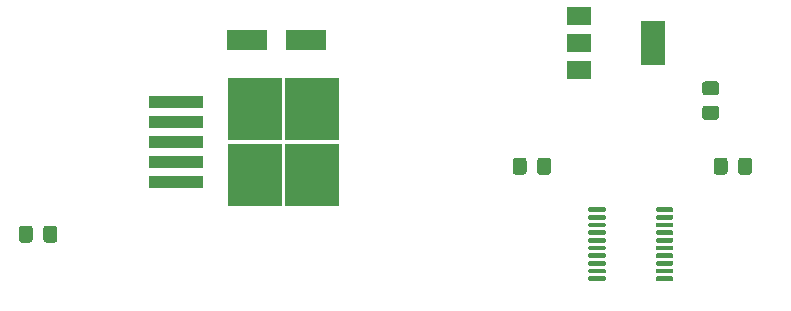
<source format=gbr>
%TF.GenerationSoftware,KiCad,Pcbnew,5.1.8-5.1.8*%
%TF.CreationDate,2021-09-03T20:09:13+08:00*%
%TF.ProjectId,lcr-1,6c63722d-312e-46b6-9963-61645f706362,rev?*%
%TF.SameCoordinates,Original*%
%TF.FileFunction,Paste,Top*%
%TF.FilePolarity,Positive*%
%FSLAX46Y46*%
G04 Gerber Fmt 4.6, Leading zero omitted, Abs format (unit mm)*
G04 Created by KiCad (PCBNEW 5.1.8-5.1.8) date 2021-09-03 20:09:13*
%MOMM*%
%LPD*%
G01*
G04 APERTURE LIST*
%ADD10R,2.000000X1.500000*%
%ADD11R,2.000000X3.800000*%
%ADD12R,4.550000X5.250000*%
%ADD13R,4.600000X1.100000*%
%ADD14R,3.500000X1.800000*%
G04 APERTURE END LIST*
%TO.C,C20*%
G36*
G01*
X98460000Y-94935000D02*
X98460000Y-95885000D01*
G75*
G02*
X98210000Y-96135000I-250000J0D01*
G01*
X97535000Y-96135000D01*
G75*
G02*
X97285000Y-95885000I0J250000D01*
G01*
X97285000Y-94935000D01*
G75*
G02*
X97535000Y-94685000I250000J0D01*
G01*
X98210000Y-94685000D01*
G75*
G02*
X98460000Y-94935000I0J-250000D01*
G01*
G37*
G36*
G01*
X100535000Y-94935000D02*
X100535000Y-95885000D01*
G75*
G02*
X100285000Y-96135000I-250000J0D01*
G01*
X99610000Y-96135000D01*
G75*
G02*
X99360000Y-95885000I0J250000D01*
G01*
X99360000Y-94935000D01*
G75*
G02*
X99610000Y-94685000I250000J0D01*
G01*
X100285000Y-94685000D01*
G75*
G02*
X100535000Y-94935000I0J-250000D01*
G01*
G37*
%TD*%
D10*
%TO.C,U9*%
X144678000Y-76948000D03*
X144678000Y-81548000D03*
X144678000Y-79248000D03*
D11*
X150978000Y-79248000D03*
%TD*%
%TO.C,U2*%
G36*
G01*
X151223000Y-93441000D02*
X151223000Y-93241000D01*
G75*
G02*
X151323000Y-93141000I100000J0D01*
G01*
X152598000Y-93141000D01*
G75*
G02*
X152698000Y-93241000I0J-100000D01*
G01*
X152698000Y-93441000D01*
G75*
G02*
X152598000Y-93541000I-100000J0D01*
G01*
X151323000Y-93541000D01*
G75*
G02*
X151223000Y-93441000I0J100000D01*
G01*
G37*
G36*
G01*
X151223000Y-94091000D02*
X151223000Y-93891000D01*
G75*
G02*
X151323000Y-93791000I100000J0D01*
G01*
X152598000Y-93791000D01*
G75*
G02*
X152698000Y-93891000I0J-100000D01*
G01*
X152698000Y-94091000D01*
G75*
G02*
X152598000Y-94191000I-100000J0D01*
G01*
X151323000Y-94191000D01*
G75*
G02*
X151223000Y-94091000I0J100000D01*
G01*
G37*
G36*
G01*
X151223000Y-94741000D02*
X151223000Y-94541000D01*
G75*
G02*
X151323000Y-94441000I100000J0D01*
G01*
X152598000Y-94441000D01*
G75*
G02*
X152698000Y-94541000I0J-100000D01*
G01*
X152698000Y-94741000D01*
G75*
G02*
X152598000Y-94841000I-100000J0D01*
G01*
X151323000Y-94841000D01*
G75*
G02*
X151223000Y-94741000I0J100000D01*
G01*
G37*
G36*
G01*
X151223000Y-95391000D02*
X151223000Y-95191000D01*
G75*
G02*
X151323000Y-95091000I100000J0D01*
G01*
X152598000Y-95091000D01*
G75*
G02*
X152698000Y-95191000I0J-100000D01*
G01*
X152698000Y-95391000D01*
G75*
G02*
X152598000Y-95491000I-100000J0D01*
G01*
X151323000Y-95491000D01*
G75*
G02*
X151223000Y-95391000I0J100000D01*
G01*
G37*
G36*
G01*
X151223000Y-96041000D02*
X151223000Y-95841000D01*
G75*
G02*
X151323000Y-95741000I100000J0D01*
G01*
X152598000Y-95741000D01*
G75*
G02*
X152698000Y-95841000I0J-100000D01*
G01*
X152698000Y-96041000D01*
G75*
G02*
X152598000Y-96141000I-100000J0D01*
G01*
X151323000Y-96141000D01*
G75*
G02*
X151223000Y-96041000I0J100000D01*
G01*
G37*
G36*
G01*
X151223000Y-96691000D02*
X151223000Y-96491000D01*
G75*
G02*
X151323000Y-96391000I100000J0D01*
G01*
X152598000Y-96391000D01*
G75*
G02*
X152698000Y-96491000I0J-100000D01*
G01*
X152698000Y-96691000D01*
G75*
G02*
X152598000Y-96791000I-100000J0D01*
G01*
X151323000Y-96791000D01*
G75*
G02*
X151223000Y-96691000I0J100000D01*
G01*
G37*
G36*
G01*
X151223000Y-97341000D02*
X151223000Y-97141000D01*
G75*
G02*
X151323000Y-97041000I100000J0D01*
G01*
X152598000Y-97041000D01*
G75*
G02*
X152698000Y-97141000I0J-100000D01*
G01*
X152698000Y-97341000D01*
G75*
G02*
X152598000Y-97441000I-100000J0D01*
G01*
X151323000Y-97441000D01*
G75*
G02*
X151223000Y-97341000I0J100000D01*
G01*
G37*
G36*
G01*
X151223000Y-97991000D02*
X151223000Y-97791000D01*
G75*
G02*
X151323000Y-97691000I100000J0D01*
G01*
X152598000Y-97691000D01*
G75*
G02*
X152698000Y-97791000I0J-100000D01*
G01*
X152698000Y-97991000D01*
G75*
G02*
X152598000Y-98091000I-100000J0D01*
G01*
X151323000Y-98091000D01*
G75*
G02*
X151223000Y-97991000I0J100000D01*
G01*
G37*
G36*
G01*
X151223000Y-98641000D02*
X151223000Y-98441000D01*
G75*
G02*
X151323000Y-98341000I100000J0D01*
G01*
X152598000Y-98341000D01*
G75*
G02*
X152698000Y-98441000I0J-100000D01*
G01*
X152698000Y-98641000D01*
G75*
G02*
X152598000Y-98741000I-100000J0D01*
G01*
X151323000Y-98741000D01*
G75*
G02*
X151223000Y-98641000I0J100000D01*
G01*
G37*
G36*
G01*
X151223000Y-99291000D02*
X151223000Y-99091000D01*
G75*
G02*
X151323000Y-98991000I100000J0D01*
G01*
X152598000Y-98991000D01*
G75*
G02*
X152698000Y-99091000I0J-100000D01*
G01*
X152698000Y-99291000D01*
G75*
G02*
X152598000Y-99391000I-100000J0D01*
G01*
X151323000Y-99391000D01*
G75*
G02*
X151223000Y-99291000I0J100000D01*
G01*
G37*
G36*
G01*
X145498000Y-99291000D02*
X145498000Y-99091000D01*
G75*
G02*
X145598000Y-98991000I100000J0D01*
G01*
X146873000Y-98991000D01*
G75*
G02*
X146973000Y-99091000I0J-100000D01*
G01*
X146973000Y-99291000D01*
G75*
G02*
X146873000Y-99391000I-100000J0D01*
G01*
X145598000Y-99391000D01*
G75*
G02*
X145498000Y-99291000I0J100000D01*
G01*
G37*
G36*
G01*
X145498000Y-98641000D02*
X145498000Y-98441000D01*
G75*
G02*
X145598000Y-98341000I100000J0D01*
G01*
X146873000Y-98341000D01*
G75*
G02*
X146973000Y-98441000I0J-100000D01*
G01*
X146973000Y-98641000D01*
G75*
G02*
X146873000Y-98741000I-100000J0D01*
G01*
X145598000Y-98741000D01*
G75*
G02*
X145498000Y-98641000I0J100000D01*
G01*
G37*
G36*
G01*
X145498000Y-97991000D02*
X145498000Y-97791000D01*
G75*
G02*
X145598000Y-97691000I100000J0D01*
G01*
X146873000Y-97691000D01*
G75*
G02*
X146973000Y-97791000I0J-100000D01*
G01*
X146973000Y-97991000D01*
G75*
G02*
X146873000Y-98091000I-100000J0D01*
G01*
X145598000Y-98091000D01*
G75*
G02*
X145498000Y-97991000I0J100000D01*
G01*
G37*
G36*
G01*
X145498000Y-97341000D02*
X145498000Y-97141000D01*
G75*
G02*
X145598000Y-97041000I100000J0D01*
G01*
X146873000Y-97041000D01*
G75*
G02*
X146973000Y-97141000I0J-100000D01*
G01*
X146973000Y-97341000D01*
G75*
G02*
X146873000Y-97441000I-100000J0D01*
G01*
X145598000Y-97441000D01*
G75*
G02*
X145498000Y-97341000I0J100000D01*
G01*
G37*
G36*
G01*
X145498000Y-96691000D02*
X145498000Y-96491000D01*
G75*
G02*
X145598000Y-96391000I100000J0D01*
G01*
X146873000Y-96391000D01*
G75*
G02*
X146973000Y-96491000I0J-100000D01*
G01*
X146973000Y-96691000D01*
G75*
G02*
X146873000Y-96791000I-100000J0D01*
G01*
X145598000Y-96791000D01*
G75*
G02*
X145498000Y-96691000I0J100000D01*
G01*
G37*
G36*
G01*
X145498000Y-96041000D02*
X145498000Y-95841000D01*
G75*
G02*
X145598000Y-95741000I100000J0D01*
G01*
X146873000Y-95741000D01*
G75*
G02*
X146973000Y-95841000I0J-100000D01*
G01*
X146973000Y-96041000D01*
G75*
G02*
X146873000Y-96141000I-100000J0D01*
G01*
X145598000Y-96141000D01*
G75*
G02*
X145498000Y-96041000I0J100000D01*
G01*
G37*
G36*
G01*
X145498000Y-95391000D02*
X145498000Y-95191000D01*
G75*
G02*
X145598000Y-95091000I100000J0D01*
G01*
X146873000Y-95091000D01*
G75*
G02*
X146973000Y-95191000I0J-100000D01*
G01*
X146973000Y-95391000D01*
G75*
G02*
X146873000Y-95491000I-100000J0D01*
G01*
X145598000Y-95491000D01*
G75*
G02*
X145498000Y-95391000I0J100000D01*
G01*
G37*
G36*
G01*
X145498000Y-94741000D02*
X145498000Y-94541000D01*
G75*
G02*
X145598000Y-94441000I100000J0D01*
G01*
X146873000Y-94441000D01*
G75*
G02*
X146973000Y-94541000I0J-100000D01*
G01*
X146973000Y-94741000D01*
G75*
G02*
X146873000Y-94841000I-100000J0D01*
G01*
X145598000Y-94841000D01*
G75*
G02*
X145498000Y-94741000I0J100000D01*
G01*
G37*
G36*
G01*
X145498000Y-94091000D02*
X145498000Y-93891000D01*
G75*
G02*
X145598000Y-93791000I100000J0D01*
G01*
X146873000Y-93791000D01*
G75*
G02*
X146973000Y-93891000I0J-100000D01*
G01*
X146973000Y-94091000D01*
G75*
G02*
X146873000Y-94191000I-100000J0D01*
G01*
X145598000Y-94191000D01*
G75*
G02*
X145498000Y-94091000I0J100000D01*
G01*
G37*
G36*
G01*
X145498000Y-93441000D02*
X145498000Y-93241000D01*
G75*
G02*
X145598000Y-93141000I100000J0D01*
G01*
X146873000Y-93141000D01*
G75*
G02*
X146973000Y-93241000I0J-100000D01*
G01*
X146973000Y-93441000D01*
G75*
G02*
X146873000Y-93541000I-100000J0D01*
G01*
X145598000Y-93541000D01*
G75*
G02*
X145498000Y-93441000I0J100000D01*
G01*
G37*
%TD*%
D12*
%TO.C,U10*%
X117282000Y-90405000D03*
X122132000Y-84855000D03*
X117282000Y-84855000D03*
X122132000Y-90405000D03*
D13*
X110557000Y-91030000D03*
X110557000Y-89330000D03*
X110557000Y-87630000D03*
X110557000Y-85930000D03*
X110557000Y-84230000D03*
%TD*%
D14*
%TO.C,D2*%
X121626000Y-78994000D03*
X116626000Y-78994000D03*
%TD*%
%TO.C,C28*%
G36*
G01*
X155379400Y-84549400D02*
X156329400Y-84549400D01*
G75*
G02*
X156579400Y-84799400I0J-250000D01*
G01*
X156579400Y-85474400D01*
G75*
G02*
X156329400Y-85724400I-250000J0D01*
G01*
X155379400Y-85724400D01*
G75*
G02*
X155129400Y-85474400I0J250000D01*
G01*
X155129400Y-84799400D01*
G75*
G02*
X155379400Y-84549400I250000J0D01*
G01*
G37*
G36*
G01*
X155379400Y-82474400D02*
X156329400Y-82474400D01*
G75*
G02*
X156579400Y-82724400I0J-250000D01*
G01*
X156579400Y-83399400D01*
G75*
G02*
X156329400Y-83649400I-250000J0D01*
G01*
X155379400Y-83649400D01*
G75*
G02*
X155129400Y-83399400I0J250000D01*
G01*
X155129400Y-82724400D01*
G75*
G02*
X155379400Y-82474400I250000J0D01*
G01*
G37*
%TD*%
%TO.C,C2*%
G36*
G01*
X157284000Y-89187000D02*
X157284000Y-90137000D01*
G75*
G02*
X157034000Y-90387000I-250000J0D01*
G01*
X156359000Y-90387000D01*
G75*
G02*
X156109000Y-90137000I0J250000D01*
G01*
X156109000Y-89187000D01*
G75*
G02*
X156359000Y-88937000I250000J0D01*
G01*
X157034000Y-88937000D01*
G75*
G02*
X157284000Y-89187000I0J-250000D01*
G01*
G37*
G36*
G01*
X159359000Y-89187000D02*
X159359000Y-90137000D01*
G75*
G02*
X159109000Y-90387000I-250000J0D01*
G01*
X158434000Y-90387000D01*
G75*
G02*
X158184000Y-90137000I0J250000D01*
G01*
X158184000Y-89187000D01*
G75*
G02*
X158434000Y-88937000I250000J0D01*
G01*
X159109000Y-88937000D01*
G75*
G02*
X159359000Y-89187000I0J-250000D01*
G01*
G37*
%TD*%
%TO.C,C1*%
G36*
G01*
X140266000Y-89187000D02*
X140266000Y-90137000D01*
G75*
G02*
X140016000Y-90387000I-250000J0D01*
G01*
X139341000Y-90387000D01*
G75*
G02*
X139091000Y-90137000I0J250000D01*
G01*
X139091000Y-89187000D01*
G75*
G02*
X139341000Y-88937000I250000J0D01*
G01*
X140016000Y-88937000D01*
G75*
G02*
X140266000Y-89187000I0J-250000D01*
G01*
G37*
G36*
G01*
X142341000Y-89187000D02*
X142341000Y-90137000D01*
G75*
G02*
X142091000Y-90387000I-250000J0D01*
G01*
X141416000Y-90387000D01*
G75*
G02*
X141166000Y-90137000I0J250000D01*
G01*
X141166000Y-89187000D01*
G75*
G02*
X141416000Y-88937000I250000J0D01*
G01*
X142091000Y-88937000D01*
G75*
G02*
X142341000Y-89187000I0J-250000D01*
G01*
G37*
%TD*%
M02*

</source>
